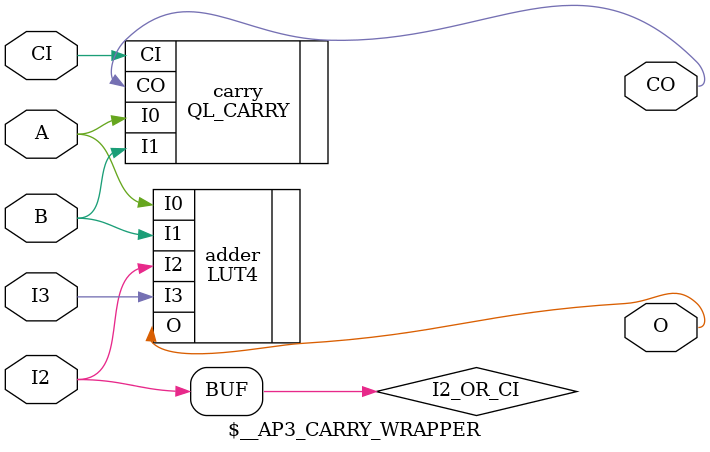
<source format=v>
(* abc9_box, lib_whitebox *)
module \$__AP3_CARRY_WRAPPER (
  (* abc9_carry *)
  output CO,
  output O,
  input A,
  B,
  (* abc9_carry *)
  input CI,
  input I2,
  I3
);
  parameter LUT = 0;
  parameter I2_IS_CI = 0;
  wire I2_OR_CI = I2_IS_CI ? CI : I2;
  QL_CARRY carry (
    .I0(A),
    .I1(B),
    .CI(CI),
    .CO(CO)
  );
  LUT4 #(
    .INIT(LUT)
  ) adder (
    .I0(A),
    .I1(B),
    .I2(I2_OR_CI),
    .I3(I3),
    .O(O)
  );
endmodule

</source>
